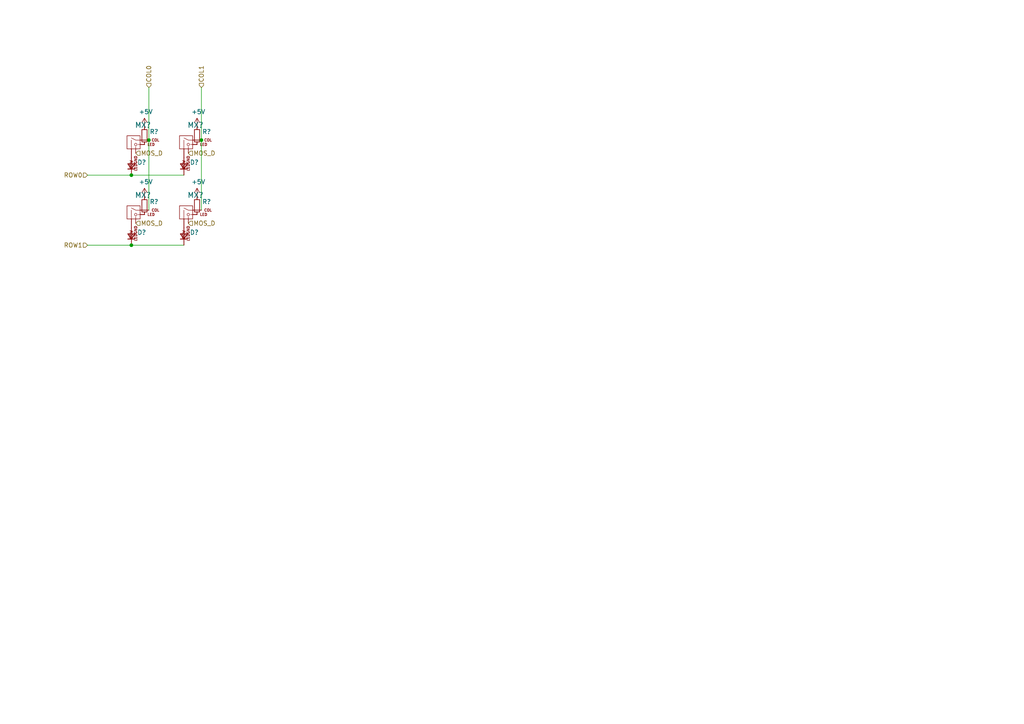
<source format=kicad_sch>
(kicad_sch (version 20211123) (generator eeschema)
  (paper "A4")
  (lib_symbols
    (symbol "Device:D_Small" (pin_numbers hide) (pin_names (offset 0.254) hide)
      (property "Reference" "D" (at -1.27 2.032 0))
      (property "Value" "D_Small" (at -3.81 -2.032 0))
      (symbol "D_Small_0_1"
        (polyline (pts (xy -0.762 -1.016) (xy -0.762 1.016)) (stroke (width 0.254)))
        (polyline (pts (xy -0.762 0) (xy 0.762 0)))
        (polyline (pts (xy 0.762 -1.016) (xy -0.762 0) (xy 0.762 1.016) (xy 0.762 -1.016)) (stroke (width 0.254)))
      )
      (symbol "D_Small_1_1"
        (pin passive line (at -2.54 0 0) (length 1.778) (name "K") (number "1"))
        (pin passive line (at 2.54 0 180) (length 1.778) (name "A") (number "2"))
      )
    )
    (symbol "Device:R_Small" (pin_numbers hide) (pin_names (offset 0.254) hide)
      (property "Reference" "R" (at 0.762 0.508 0))
      (property "Value" "R_Small" (at 0.762 -1.016 0))
      (symbol "R_Small_0_1"
        (rectangle (start -0.762 1.778) (end 0.762 -1.778) (stroke (width 0.2032)))
      )
      (symbol "R_Small_1_1"
        (pin passive line (at 0 2.54 270) (length 0.762) (name "~") (number "1"))
        (pin passive line (at 0 -2.54 90) (length 0.762) (name "~") (number "2"))
      )
    )
    (symbol "MX_Alps_Hybrid:MX-LED" (pin_names (offset 1.016))
      (property "Reference" "MX" (at -0.635 3.81 0))
      (property "Value" "MX-LED" (at -0.635 1.27 0))
      (symbol "MX-LED_0_0"
        (rectangle (start -2.54 2.54) (end 1.27 -1.27))
        (polyline (pts (xy -1.27 -1.27) (xy -1.27 1.27)) (stroke (width 0.127)))
        (polyline (pts (xy 0 -1.27) (xy 0 -0.635)) (stroke (width 0.127)))
        (polyline (pts (xy 1.27 0) (xy 0.635 0)) (stroke (width 0.127)))
        (polyline (pts (xy 1.27 1.27) (xy 0 1.27) (xy -1.27 1.905)) (stroke (width 0.127)))
        (circle (center 0 0) (radius 0.3556) (stroke (width 0.127)))
        (text "COL" (at 5.715 1.27 0) (effects (font (size 0.762 0.762) bold)))
        (text "LED" (at 4.445 0 0) (effects (font (size 0.762 0.762))))
        (text "ROW" (at -1.27 -4.445 900) (effects (font (size 0.762 0.762)) (justify right)))
      )
      (symbol "MX-LED_1_0"
        (text "LEDGND" (at 0 -3.175 900) (effects (font (size 0.762 0.762)) (justify right)))
      )
      (symbol "MX-LED_1_1"
        (pin passive line (at 3.81 1.27 180) (length 2.54) (name "COL") (number "1"))
        (pin passive line (at -1.27 -3.81 90) (length 2.54) (name "ROW") (number "2"))
        (pin input line (at 2.54 0 180) (length 1.27) (name "LED") (number "3"))
        (pin passive line (at 0 -2.54 90) (length 1.27) (name "LEDGND") (number "4"))
      )
    )
    (symbol "power:+5V" (power) (pin_names (offset 0))
      (property "Value" "+5V" (at 0 3.556 0))
      (symbol "+5V_0_1"
        (polyline (pts (xy -0.762 1.27) (xy 0 2.54)))
        (polyline (pts (xy 0 0) (xy 0 2.54)))
        (polyline (pts (xy 0 2.54) (xy 0.762 1.27)))
      )
      (symbol "+5V_1_1"
        (pin power_in line (at 0 0 90) (length 0) hide (name "+5V") (number "1"))
      )
    )
  )
  (junction (at 58.42 40.64))
  (junction (at 38.1 50.8))
  (junction (at 43.18 40.64))
  (junction (at 38.1 71.12))
  (wire (pts (xy 38.1 50.8) (xy 25.4 50.8)))
  (wire (pts (xy 53.34 50.8) (xy 38.1 50.8)))
  (wire (pts (xy 43.18 60.96) (xy 43.18 40.64)))
  (wire (pts (xy 58.42 40.64) (xy 58.42 25.4)))
  (wire (pts (xy 38.1 71.12) (xy 25.4 71.12)))
  (wire (pts (xy 53.34 71.12) (xy 38.1 71.12)))
  (wire (pts (xy 43.18 40.64) (xy 43.18 25.4)))
  (wire (pts (xy 58.42 60.96) (xy 58.42 40.64)))
  (hierarchical_label "ROW1" (shape input) (at 25.4 71.12 180))
  (hierarchical_label "ROW0" (shape input) (at 25.4 50.8 180))
  (hierarchical_label "MOS_D" (shape input) (at 39.37 44.45 0))
  (hierarchical_label "COL0" (shape input) (at 43.18 25.4 90))
  (hierarchical_label "COL1" (shape input) (at 58.42 25.4 90))
  (hierarchical_label "MOS_D" (shape input) (at 39.37 64.77 0))
  (hierarchical_label "MOS_D" (shape input) (at 54.61 44.45 0))
  (hierarchical_label "MOS_D" (shape input) (at 54.61 64.77 0))
  (symbol (lib_id "MX_Alps_Hybrid:MX-LED") (at 39.37 41.91 0) (unit 1)
    (property "Reference" "MX?" (at 41.4782 36.2712 0) (effects (font (size 1.524 1.524))))
  )
  (symbol (lib_id "Device:D_Small") (at 38.1 48.26 90) (unit 1)
    (property "Reference" "D?" (at 39.8272 47.0916 90) (effects (justify right)))
  )
  (symbol (lib_id "Device:R_Small") (at 41.91 39.37 0) (unit 1)
    (property "Reference" "R?" (at 43.4086 38.2016 0) (effects (justify left)))
  )
  (symbol (lib_id "MX_Alps_Hybrid:MX-LED") (at 54.61 41.91 0) (unit 1)
    (property "Reference" "MX?" (at 56.7182 36.2712 0) (effects (font (size 1.524 1.524))))
  )
  (symbol (lib_id "Device:D_Small") (at 53.34 48.26 90) (unit 1)
    (property "Reference" "D?" (at 55.0672 47.0916 90) (effects (justify right)))
  )
  (symbol (lib_id "Device:R_Small") (at 57.15 39.37 0) (unit 1)
    (property "Reference" "R?" (at 58.6486 38.2016 0) (effects (justify left)))
  )
  (symbol (lib_id "MX_Alps_Hybrid:MX-LED") (at 39.37 62.23 0) (unit 1)
    (property "Reference" "MX?" (at 41.4782 56.5912 0) (effects (font (size 1.524 1.524))))
  )
  (symbol (lib_id "Device:D_Small") (at 38.1 68.58 90) (unit 1)
    (property "Reference" "D?" (at 39.8272 67.4116 90) (effects (justify right)))
  )
  (symbol (lib_id "Device:R_Small") (at 41.91 59.69 0) (unit 1)
    (property "Reference" "R?" (at 43.4086 58.5216 0) (effects (justify left)))
  )
  (symbol (lib_id "MX_Alps_Hybrid:MX-LED") (at 54.61 62.23 0) (unit 1)
    (property "Reference" "MX?" (at 56.7182 56.5912 0) (effects (font (size 1.524 1.524))))
  )
  (symbol (lib_id "Device:D_Small") (at 53.34 68.58 90) (unit 1)
    (property "Reference" "D?" (at 55.0672 67.4116 90) (effects (justify right)))
  )
  (symbol (lib_id "Device:R_Small") (at 57.15 59.69 0) (unit 1)
    (property "Reference" "R?" (at 58.6486 58.5216 0) (effects (justify left)))
  )
  (symbol (lib_id "power:+5V") (at 41.91 36.83 0) (unit 1)
    (property "Reference" "#PWR?" (effects hide))
  )
  (symbol (lib_id "power:+5V") (at 57.15 36.83 0) (unit 1)
    (property "Reference" "#PWR?" (effects hide))
  )
  (symbol (lib_id "power:+5V") (at 41.91 57.15 0) (unit 1)
    (property "Reference" "#PWR?" (effects hide))
  )
  (symbol (lib_id "power:+5V") (at 57.15 57.15 0) (unit 1)
    (property "Reference" "#PWR?" (effects hide))
  )
)
</source>
